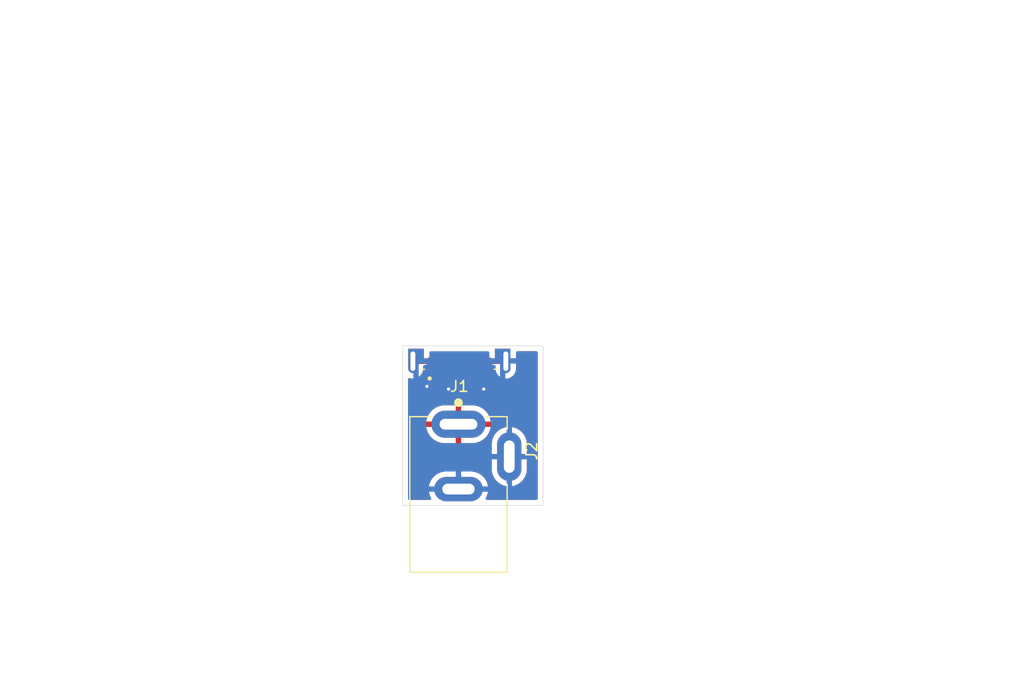
<source format=kicad_pcb>
(kicad_pcb (version 20241229) (generator "pcbnew") (generator_version "9.0")
  (layers (0 "F.Cu" signal) (2 "B.Cu" signal) (13 "F.Paste" user) (15 "B.Paste" user) (5 "F.SilkS" user "F.Silkscreen") (7 "B.SilkS" user "B.Silkscreen") (1 "F.Mask" user) (3 "B.Mask" user) (25 "Edge.Cuts" user))
  (net 0 "")
  (net 2 "+5V")
  (net 4 "GND")
  (footprint "UP20_C_F_G_FL_P12_TR:SAMESKY_UP20-C-F-G-FL-P12-TR" (layer "F.Cu") (at 160 92.0175 180)
    (property "Reference" "J1" (at 0 -3.7325 0) (layer "F.SilkS"))
    (property "Value" "UP20-C-F-G-FL-P12-TR")
    (fp_line (start 3.22 -2.15) (end 3.555 -2.15) (stroke (width 0.127)) (layer "F.SilkS"))
    (fp_line (start -3.555 -2.15) (end -3.22 -2.15) (stroke (width 0.127)) (layer "F.SilkS"))
    (fp_circle (center 2.75 -3) (end 2.85 -3) (stroke (width 0.2)) (fill no) (layer "F.SilkS"))
    (pad "A1" smd rect (at 2.75 -1.56 180) (size 0.3 1) (layers "F.Cu" "F.Mask" "F.Paste") (net 4 "GND"))
    (pad "A2" smd rect (at 2.25 -1.56 180) (size 0.3 1) (layers "F.Cu" "F.Mask" "F.Paste"))
    (pad "A3" smd rect (at 1.75 -1.56 180) (size 0.3 1) (layers "F.Cu" "F.Mask" "F.Paste"))
    (pad "A4" smd rect (at 1.25 -1.56 180) (size 0.3 1) (layers "F.Cu" "F.Mask" "F.Paste") (net 2 "+5V"))
    (pad "A5" smd rect (at -1.25 -1.56 180) (size 0.3 1) (layers "F.Cu" "F.Mask" "F.Paste"))
    (pad "A6" smd rect (at -1.75 -1.56 180) (size 0.3 1) (layers "F.Cu" "F.Mask" "F.Paste"))
    (pad "A7" smd rect (at -2.25 -1.56 180) (size 0.3 1) (layers "F.Cu" "F.Mask" "F.Paste"))
    (pad "A12" smd rect (at -2.75 -1.56 180) (size 0.3 1) (layers "F.Cu" "F.Mask" "F.Paste") (net 4 "GND"))
    (pad "B9" smd rect (at -0.75 -1.56 180) (size 0.3 1) (layers "F.Cu" "F.Mask" "F.Paste") (net 2 "+5V"))
    (pad "B10" smd rect (at -0.25 -1.56 180) (size 0.3 1) (layers "F.Cu" "F.Mask" "F.Paste"))
    (pad "B11" smd rect (at 0.25 -1.56 180) (size 0.3 1) (layers "F.Cu" "F.Mask" "F.Paste"))
    (pad "B12" smd rect (at 0.75 -1.56 180) (size 0.3 1) (layers "F.Cu" "F.Mask" "F.Paste") (net 4 "GND"))
    (pad "SH1" thru_hole custom (at -4.3 -1.4 180) (size 0.85 2.25) (drill oval 0.45 1.8) (layers "*.Cu") (net 4 "GND") (options (clearance outline) (anchor circle)) (primitives (gr_poly (pts (xy 0.425 0.15) (xy 0.425 -0.675) (xy 0.424 -0.697) (xy 0.423 -0.719) (xy 0.42 -0.741) (xy 0.416 -0.763) (xy 0.411 -0.785) (xy 0.404 -0.806) (xy 0.397 -0.827) (xy 0.388 -0.848) (xy 0.379 -0.868) (xy 0.368 -0.888) (xy 0.356 -0.906) (xy 0.344 -0.925) (xy 0.33 -0.942) (xy 0.316 -0.959) (xy 0.301 -0.976) (xy 0.284 -0.991) (xy 0.267 -1.005) (xy 0.25 -1.019) (xy 0.231 -1.031) (xy 0.212 -1.043) (xy 0.193 -1.054) (xy 0.173 -1.063) (xy 0.152 -1.072) (xy 0.131 -1.079) (xy 0.11 -1.086) (xy 0.088 -1.091) (xy 0.066 -1.095) (xy 0.044 -1.098) (xy 0.022 -1.099) (xy 0 -1.1) (xy -0.022 -1.099) (xy -0.044 -1.098) (xy -0.066 -1.095) (xy -0.088 -1.091) (xy -0.11 -1.086) (xy -0.131 -1.079) (xy -0.152 -1.072) (xy -0.173 -1.063) (xy -0.193 -1.054) (xy -0.212 -1.043) (xy -0.231 -1.031) (xy -0.25 -1.019) (xy -0.267 -1.005) (xy -0.284 -0.991) (xy -0.301 -0.976) (xy -0.316 -0.959) (xy -0.33 -0.942) (xy -0.344 -0.925) (xy -0.356 -0.906) (xy -0.368 -0.888) (xy -0.379 -0.868) (xy -0.388 -0.848) (xy -0.397 -0.827) (xy -0.404 -0.806) (xy -0.411 -0.785) (xy -0.416 -0.763) (xy -0.42 -0.741) (xy -0.423 -0.719) (xy -0.424 -0.697) (xy -0.425 -0.675) (xy -0.425 1.15) (xy 1.005 1.15) (xy 1.005 0.15) (xy 0.425 0.15)) (width 0.01) (fill yes))))
    (pad "SH2" thru_hole custom (at 4.3 -1.4 180) (size 0.85 2.25) (drill oval 0.45 1.8) (layers "*.Cu") (net 4 "GND") (options (clearance outline) (anchor circle)) (primitives (gr_poly (pts (xy -0.425 0.15) (xy -0.425 -0.675) (xy -0.424 -0.697) (xy -0.423 -0.719) (xy -0.42 -0.741) (xy -0.416 -0.763) (xy -0.411 -0.785) (xy -0.404 -0.806) (xy -0.397 -0.827) (xy -0.388 -0.848) (xy -0.379 -0.868) (xy -0.368 -0.888) (xy -0.356 -0.906) (xy -0.344 -0.925) (xy -0.33 -0.942) (xy -0.316 -0.959) (xy -0.301 -0.976) (xy -0.284 -0.991) (xy -0.267 -1.005) (xy -0.25 -1.019) (xy -0.231 -1.031) (xy -0.212 -1.043) (xy -0.193 -1.054) (xy -0.173 -1.063) (xy -0.152 -1.072) (xy -0.131 -1.079) (xy -0.11 -1.086) (xy -0.088 -1.091) (xy -0.066 -1.095) (xy -0.044 -1.098) (xy -0.022 -1.099) (xy 0 -1.1) (xy 0.022 -1.099) (xy 0.044 -1.098) (xy 0.066 -1.095) (xy 0.088 -1.091) (xy 0.11 -1.086) (xy 0.131 -1.079) (xy 0.152 -1.072) (xy 0.173 -1.063) (xy 0.193 -1.054) (xy 0.212 -1.043) (xy 0.231 -1.031) (xy 0.25 -1.019) (xy 0.267 -1.005) (xy 0.284 -0.991) (xy 0.301 -0.976) (xy 0.316 -0.959) (xy 0.33 -0.942) (xy 0.344 -0.925) (xy 0.356 -0.906) (xy 0.368 -0.888) (xy 0.379 -0.868) (xy 0.388 -0.848) (xy 0.397 -0.827) (xy 0.404 -0.806) (xy 0.411 -0.785) (xy 0.416 -0.763) (xy 0.42 -0.741) (xy 0.423 -0.719) (xy 0.424 -0.697) (xy 0.425 -0.675) (xy 0.425 1.15) (xy -1.005 1.15) (xy -1.005 0.15) (xy -0.425 0.15)) (width 0.01) (fill yes))))
  )
  (footprint "PJ_002A:CUI_PJ-002A" (layer "F.Cu") (at 159.91825 99.25 -90)
    (property "Reference" "J2" (at 2.487052 -6.770615 90) (layer "F.SilkS") (effects (font (size 1.000827 1.000827))))
    (property "Value" "PJ-002A")
    (fp_line (start -0.7 4.5) (end -0.7 2.65) (stroke (width 0.127)) (layer "F.SilkS"))
    (fp_line (start 13.7 4.5) (end -0.7 4.5) (stroke (width 0.127)) (layer "F.SilkS"))
    (fp_line (start -0.7 -2.55) (end -0.7 -4.5) (stroke (width 0.127)) (layer "F.SilkS"))
    (fp_line (start -0.7 -4.5) (end 0.45 -4.5) (stroke (width 0.127)) (layer "F.SilkS"))
    (fp_line (start 5.55 -4.5) (end 13.7 -4.5) (stroke (width 0.127)) (layer "F.SilkS"))
    (fp_line (start 13.7 -4.5) (end 13.7 4.5) (stroke (width 0.127)) (layer "F.SilkS"))
    (fp_circle (center -2 0) (end -1.8 0) (stroke (width 0.4)) (fill no) (layer "F.SilkS"))
    (pad "1" thru_hole oval (at 0 0 270) (size 2.5 5) (drill oval 1 3.5) (layers "*.Cu" "*.Mask") (net 2 "+5V"))
    (pad "2" thru_hole oval (at 6 0 270) (size 2.25 4.5) (drill oval 1 3) (layers "*.Cu" "*.Mask") (net 4 "GND"))
    (pad "3" thru_hole oval (at 3 -4.7 270) (size 4.5 2.25) (drill oval 3 1) (layers "*.Cu" "*.Mask") (net 4 "GND"))
  )
  (gr_rect (start 154.75 92) (end 167.75 106.75) (stroke (width 0.05)) (fill no) (layer "Edge.Cuts"))
  (segment (start 160.75 93.5775) (end 160.75 95.25) (width 0.2) (layer "F.Cu") (net 2))
  (segment (start 158.75 93.5775) (end 158.75 95.25) (width 0.2) (layer "F.Cu") (net 2))
  (segment (start 164.14 93.5775) (end 164.3 93.4175) (width 0.2) (layer "F.Cu") (net 4))
  (segment (start 162.75 95.5) (end 162.25 96) (width 0.2) (layer "F.Cu") (net 4))
  (segment (start 157.25 95.5) (end 157 95.75) (width 0.2) (layer "F.Cu") (net 4))
  (segment (start 159.25 93.5775) (end 159.25 95.75) (width 0.2) (layer "F.Cu") (net 4))
  (segment (start 157.25 93.5775) (end 157.25 95.5) (width 0.2) (layer "F.Cu") (net 4))
  (segment (start 157.25 93.5775) (end 155.86 93.5775) (width 0.2) (layer "F.Cu") (net 4))
  (segment (start 162.75 93.5775) (end 164.14 93.5775) (width 0.2) (layer "F.Cu") (net 4))
  (segment (start 162.75 93.5775) (end 162.75 95.5) (width 0.2) (layer "F.Cu") (net 4))
  (segment (start 159.25 95.75) (end 159 96) (width 0.2) (layer "F.Cu") (net 4))
  (segment (start 155.86 93.5775) (end 155.7 93.4175) (width 0.2) (layer "F.Cu") (net 4))
  (via (at 157 95.75) (size 0.6) (drill 0.3) (layers "F.Cu" "B.Cu") (net 4))
  (via (at 162.25 96) (size 0.6) (drill 0.3) (layers "F.Cu" "B.Cu") (net 4))
  (via (at 159 96) (size 0.6) (drill 0.3) (layers "F.Cu" "B.Cu") (net 4))
  (zone (net 2) (net_name "+5V") (layer "F.Cu") (connect_pads (clearance 0.5)) (min_thickness 0.25) (fill yes (thermal_gap 0.5) (thermal_bridge_width 0.5))
    (polygon (pts (xy 189.25 106.5) (xy 189 73.5) (xy 133.5 73.25) (xy 137.25 111.25) (xy 189.25 106.75)))
  )
  (zone (net 4) (net_name "GND") (layer "B.Cu") (priority 1) (connect_pads (clearance 0.5)) (min_thickness 0.25) (fill yes (thermal_gap 0.5) (thermal_bridge_width 0.5))
    (polygon (pts (xy 212 121) (xy 212.25 60.75) (xy 121 60) (xy 117.5 123.75)))
  )
)
</source>
